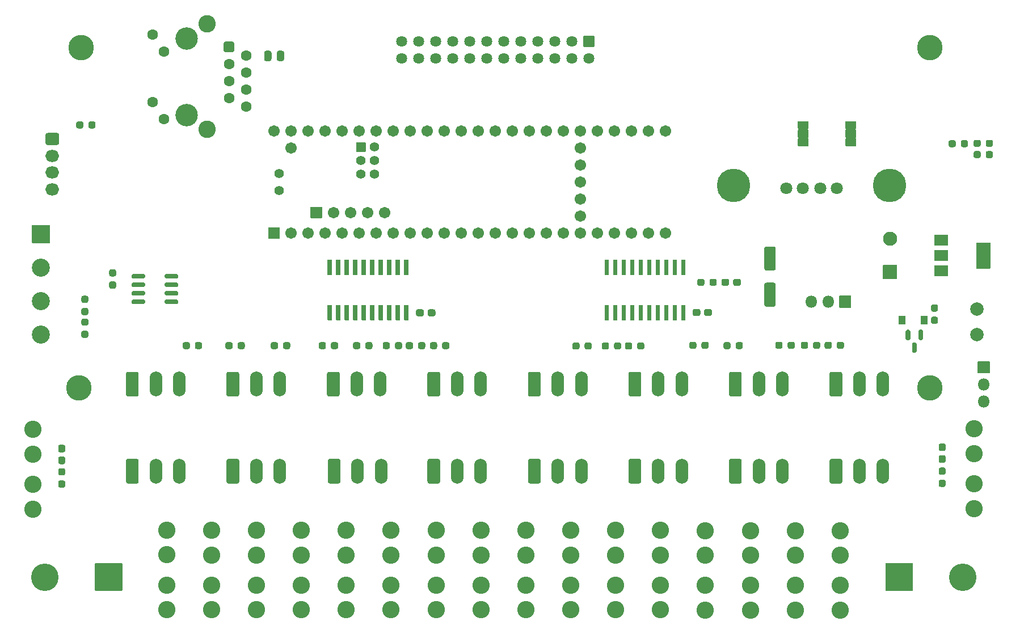
<source format=gbr>
G04 #@! TF.GenerationSoftware,KiCad,Pcbnew,(6.0.5)*
G04 #@! TF.CreationDate,2022-05-05T00:21:09-04:00*
G04 #@! TF.ProjectId,Teensy_16,5465656e-7379-45f3-9136-2e6b69636164,v1*
G04 #@! TF.SameCoordinates,Original*
G04 #@! TF.FileFunction,Soldermask,Top*
G04 #@! TF.FilePolarity,Negative*
%FSLAX45Y45*%
G04 Gerber Fmt 4.5, Leading zero omitted, Abs format (unit mm)*
G04 Created by KiCad (PCBNEW (6.0.5)) date 2022-05-05 00:21:09*
%MOMM*%
%LPD*%
G01*
G04 APERTURE LIST*
%ADD10C,2.577000*%
%ADD11O,1.902000X3.702000*%
%ADD12C,3.802000*%
%ADD13C,5.000000*%
%ADD14C,1.802000*%
%ADD15C,3.352000*%
%ADD16C,1.602000*%
%ADD17C,2.602000*%
%ADD18C,4.102000*%
%ADD19C,1.632000*%
%ADD20C,1.702000*%
%ADD21C,1.402000*%
%ADD22O,1.802000X1.802000*%
%ADD23O,2.052000X1.802000*%
%ADD24C,2.006000*%
%ADD25C,2.702000*%
%ADD26C,2.102000*%
G04 APERTURE END LIST*
G36*
G01*
X13144100Y-10618730D02*
X13144100Y-10571230D01*
G75*
G02*
X13172950Y-10542380I28850J0D01*
G01*
X13232950Y-10542380D01*
G75*
G02*
X13261800Y-10571230I0J-28850D01*
G01*
X13261800Y-10618730D01*
G75*
G02*
X13232950Y-10647580I-28850J0D01*
G01*
X13172950Y-10647580D01*
G75*
G02*
X13144100Y-10618730I0J28850D01*
G01*
G37*
G36*
G01*
X13316600Y-10618730D02*
X13316600Y-10571230D01*
G75*
G02*
X13345450Y-10542380I28850J0D01*
G01*
X13405450Y-10542380D01*
G75*
G02*
X13434300Y-10571230I0J-28850D01*
G01*
X13434300Y-10618730D01*
G75*
G02*
X13405450Y-10647580I-28850J0D01*
G01*
X13345450Y-10647580D01*
G75*
G02*
X13316600Y-10618730I0J28850D01*
G01*
G37*
D10*
X7428260Y-13523860D03*
X7428260Y-13153860D03*
X7428260Y-12703860D03*
X7428260Y-12333860D03*
G36*
G01*
X8814900Y-13115000D02*
X8814900Y-12805000D01*
G75*
G02*
X8845000Y-12774900I30100J0D01*
G01*
X8975000Y-12774900D01*
G75*
G02*
X9005100Y-12805000I0J-30100D01*
G01*
X9005100Y-13115000D01*
G75*
G02*
X8975000Y-13145100I-30100J0D01*
G01*
X8845000Y-13145100D01*
G75*
G02*
X8814900Y-13115000I0J30100D01*
G01*
G37*
D11*
X9260000Y-12960000D03*
X9610000Y-12960000D03*
G36*
G01*
X11814900Y-11815000D02*
X11814900Y-11505000D01*
G75*
G02*
X11845000Y-11474900I30100J0D01*
G01*
X11975000Y-11474900D01*
G75*
G02*
X12005100Y-11505000I0J-30100D01*
G01*
X12005100Y-11815000D01*
G75*
G02*
X11975000Y-11845100I-30100J0D01*
G01*
X11845000Y-11845100D01*
G75*
G02*
X11814900Y-11815000I0J30100D01*
G01*
G37*
X12260000Y-11660000D03*
X12610000Y-11660000D03*
G36*
G01*
X11826334Y-13115000D02*
X11826334Y-12805000D01*
G75*
G02*
X11856434Y-12774900I30100J0D01*
G01*
X11986434Y-12774900D01*
G75*
G02*
X12016534Y-12805000I0J-30100D01*
G01*
X12016534Y-13115000D01*
G75*
G02*
X11986434Y-13145100I-30100J0D01*
G01*
X11856434Y-13145100D01*
G75*
G02*
X11826334Y-13115000I0J30100D01*
G01*
G37*
X12271434Y-12960000D03*
X12621434Y-12960000D03*
G36*
G01*
X13314900Y-11815000D02*
X13314900Y-11505000D01*
G75*
G02*
X13345000Y-11474900I30100J0D01*
G01*
X13475000Y-11474900D01*
G75*
G02*
X13505100Y-11505000I0J-30100D01*
G01*
X13505100Y-11815000D01*
G75*
G02*
X13475000Y-11845100I-30100J0D01*
G01*
X13345000Y-11845100D01*
G75*
G02*
X13314900Y-11815000I0J30100D01*
G01*
G37*
X13760000Y-11660000D03*
X14110000Y-11660000D03*
G36*
G01*
X13314900Y-13115000D02*
X13314900Y-12805000D01*
G75*
G02*
X13345000Y-12774900I30100J0D01*
G01*
X13475000Y-12774900D01*
G75*
G02*
X13505100Y-12805000I0J-30100D01*
G01*
X13505100Y-13115000D01*
G75*
G02*
X13475000Y-13145100I-30100J0D01*
G01*
X13345000Y-13145100D01*
G75*
G02*
X13314900Y-13115000I0J30100D01*
G01*
G37*
X13760000Y-12960000D03*
X14110000Y-12960000D03*
G36*
G01*
X14814900Y-11815000D02*
X14814900Y-11505000D01*
G75*
G02*
X14845000Y-11474900I30100J0D01*
G01*
X14975000Y-11474900D01*
G75*
G02*
X15005100Y-11505000I0J-30100D01*
G01*
X15005100Y-11815000D01*
G75*
G02*
X14975000Y-11845100I-30100J0D01*
G01*
X14845000Y-11845100D01*
G75*
G02*
X14814900Y-11815000I0J30100D01*
G01*
G37*
X15260000Y-11660000D03*
X15610000Y-11660000D03*
G36*
G01*
X14814900Y-13115000D02*
X14814900Y-12805000D01*
G75*
G02*
X14845000Y-12774900I30100J0D01*
G01*
X14975000Y-12774900D01*
G75*
G02*
X15005100Y-12805000I0J-30100D01*
G01*
X15005100Y-13115000D01*
G75*
G02*
X14975000Y-13145100I-30100J0D01*
G01*
X14845000Y-13145100D01*
G75*
G02*
X14814900Y-13115000I0J30100D01*
G01*
G37*
X15260000Y-12960000D03*
X15610000Y-12960000D03*
G36*
G01*
X16314900Y-11815000D02*
X16314900Y-11505000D01*
G75*
G02*
X16345000Y-11474900I30100J0D01*
G01*
X16475000Y-11474900D01*
G75*
G02*
X16505100Y-11505000I0J-30100D01*
G01*
X16505100Y-11815000D01*
G75*
G02*
X16475000Y-11845100I-30100J0D01*
G01*
X16345000Y-11845100D01*
G75*
G02*
X16314900Y-11815000I0J30100D01*
G01*
G37*
X16760000Y-11660000D03*
X17110000Y-11660000D03*
G36*
G01*
X16314900Y-13115000D02*
X16314900Y-12805000D01*
G75*
G02*
X16345000Y-12774900I30100J0D01*
G01*
X16475000Y-12774900D01*
G75*
G02*
X16505100Y-12805000I0J-30100D01*
G01*
X16505100Y-13115000D01*
G75*
G02*
X16475000Y-13145100I-30100J0D01*
G01*
X16345000Y-13145100D01*
G75*
G02*
X16314900Y-13115000I0J30100D01*
G01*
G37*
X16760000Y-12960000D03*
X17110000Y-12960000D03*
G36*
G01*
X17814900Y-11815000D02*
X17814900Y-11505000D01*
G75*
G02*
X17845000Y-11474900I30100J0D01*
G01*
X17975000Y-11474900D01*
G75*
G02*
X18005100Y-11505000I0J-30100D01*
G01*
X18005100Y-11815000D01*
G75*
G02*
X17975000Y-11845100I-30100J0D01*
G01*
X17845000Y-11845100D01*
G75*
G02*
X17814900Y-11815000I0J30100D01*
G01*
G37*
X18260000Y-11660000D03*
X18610000Y-11660000D03*
G36*
G01*
X17814900Y-13115000D02*
X17814900Y-12805000D01*
G75*
G02*
X17845000Y-12774900I30100J0D01*
G01*
X17975000Y-12774900D01*
G75*
G02*
X18005100Y-12805000I0J-30100D01*
G01*
X18005100Y-13115000D01*
G75*
G02*
X17975000Y-13145100I-30100J0D01*
G01*
X17845000Y-13145100D01*
G75*
G02*
X17814900Y-13115000I0J30100D01*
G01*
G37*
X18260000Y-12960000D03*
X18610000Y-12960000D03*
G36*
G01*
X19314900Y-11815000D02*
X19314900Y-11505000D01*
G75*
G02*
X19345000Y-11474900I30100J0D01*
G01*
X19475000Y-11474900D01*
G75*
G02*
X19505100Y-11505000I0J-30100D01*
G01*
X19505100Y-11815000D01*
G75*
G02*
X19475000Y-11845100I-30100J0D01*
G01*
X19345000Y-11845100D01*
G75*
G02*
X19314900Y-11815000I0J30100D01*
G01*
G37*
X19760000Y-11660000D03*
X20110000Y-11660000D03*
G36*
G01*
X19314900Y-13115000D02*
X19314900Y-12805000D01*
G75*
G02*
X19345000Y-12774900I30100J0D01*
G01*
X19475000Y-12774900D01*
G75*
G02*
X19505100Y-12805000I0J-30100D01*
G01*
X19505100Y-13115000D01*
G75*
G02*
X19475000Y-13145100I-30100J0D01*
G01*
X19345000Y-13145100D01*
G75*
G02*
X19314900Y-13115000I0J30100D01*
G01*
G37*
X19760000Y-12960000D03*
X20110000Y-12960000D03*
D10*
X9422260Y-15028860D03*
X9422260Y-14658860D03*
X9422260Y-14208860D03*
X9422260Y-13838860D03*
X13442520Y-15029860D03*
X13442520Y-14659860D03*
X13442520Y-14209860D03*
X13442520Y-13839860D03*
X18132823Y-15036360D03*
X18132823Y-14666360D03*
X18132823Y-14216360D03*
X18132823Y-13846360D03*
G36*
G01*
X17271600Y-10613730D02*
X17271600Y-10566230D01*
G75*
G02*
X17300450Y-10537380I28850J0D01*
G01*
X17360450Y-10537380D01*
G75*
G02*
X17389300Y-10566230I0J-28850D01*
G01*
X17389300Y-10613730D01*
G75*
G02*
X17360450Y-10642580I-28850J0D01*
G01*
X17300450Y-10642580D01*
G75*
G02*
X17271600Y-10613730I0J28850D01*
G01*
G37*
G36*
G01*
X17444100Y-10613730D02*
X17444100Y-10566230D01*
G75*
G02*
X17472950Y-10537380I28850J0D01*
G01*
X17532950Y-10537380D01*
G75*
G02*
X17561800Y-10566230I0J-28850D01*
G01*
X17561800Y-10613730D01*
G75*
G02*
X17532950Y-10642580I-28850J0D01*
G01*
X17472950Y-10642580D01*
G75*
G02*
X17444100Y-10613730I0J28850D01*
G01*
G37*
X10092303Y-15030360D03*
X10092303Y-14660360D03*
X10092303Y-14210360D03*
X10092303Y-13840360D03*
X12772476Y-15029860D03*
X12772476Y-14659860D03*
X12772476Y-14209860D03*
X12772476Y-13839860D03*
X14112563Y-15029860D03*
X14112563Y-14659860D03*
X14112563Y-14209860D03*
X14112563Y-13839860D03*
X14782606Y-15029860D03*
X14782606Y-14659860D03*
X14782606Y-14209860D03*
X14782606Y-13839860D03*
X15452650Y-15029860D03*
X15452650Y-14659860D03*
X15452650Y-14209860D03*
X15452650Y-13839860D03*
X19472910Y-15036360D03*
X19472910Y-14666360D03*
X19472910Y-14216360D03*
X19472910Y-13846360D03*
X12102433Y-15029860D03*
X12102433Y-14659860D03*
X12102433Y-14209860D03*
X12102433Y-13839860D03*
X10762347Y-15030360D03*
X10762347Y-14660360D03*
X10762347Y-14210360D03*
X10762347Y-13840360D03*
X17462780Y-15036360D03*
X17462780Y-14666360D03*
X17462780Y-14216360D03*
X17462780Y-13846360D03*
X16122693Y-15029860D03*
X16122693Y-14659860D03*
X16122693Y-14209860D03*
X16122693Y-13839860D03*
X11432390Y-15030360D03*
X11432390Y-14660360D03*
X11432390Y-14210360D03*
X11432390Y-13840360D03*
G36*
G01*
X8814900Y-11815000D02*
X8814900Y-11505000D01*
G75*
G02*
X8845000Y-11474900I30100J0D01*
G01*
X8975000Y-11474900D01*
G75*
G02*
X9005100Y-11505000I0J-30100D01*
G01*
X9005100Y-11815000D01*
G75*
G02*
X8975000Y-11845100I-30100J0D01*
G01*
X8845000Y-11845100D01*
G75*
G02*
X8814900Y-11815000I0J30100D01*
G01*
G37*
D11*
X9260000Y-11660000D03*
X9610000Y-11660000D03*
G36*
G01*
X10314900Y-11815000D02*
X10314900Y-11505000D01*
G75*
G02*
X10345000Y-11474900I30100J0D01*
G01*
X10475000Y-11474900D01*
G75*
G02*
X10505100Y-11505000I0J-30100D01*
G01*
X10505100Y-11815000D01*
G75*
G02*
X10475000Y-11845100I-30100J0D01*
G01*
X10345000Y-11845100D01*
G75*
G02*
X10314900Y-11815000I0J30100D01*
G01*
G37*
X10760000Y-11660000D03*
X11110000Y-11660000D03*
G36*
G01*
X10314900Y-13115000D02*
X10314900Y-12805000D01*
G75*
G02*
X10345000Y-12774900I30100J0D01*
G01*
X10475000Y-12774900D01*
G75*
G02*
X10505100Y-12805000I0J-30100D01*
G01*
X10505100Y-13115000D01*
G75*
G02*
X10475000Y-13145100I-30100J0D01*
G01*
X10345000Y-13145100D01*
G75*
G02*
X10314900Y-13115000I0J30100D01*
G01*
G37*
X10760000Y-12960000D03*
X11110000Y-12960000D03*
G36*
G01*
X20346600Y-10764980D02*
X20346600Y-10644980D01*
G75*
G02*
X20351700Y-10639880I5100J0D01*
G01*
X20441700Y-10639880D01*
G75*
G02*
X20446800Y-10644980I0J-5100D01*
G01*
X20446800Y-10764980D01*
G75*
G02*
X20441700Y-10770080I-5100J0D01*
G01*
X20351700Y-10770080D01*
G75*
G02*
X20346600Y-10764980I0J5100D01*
G01*
G37*
G36*
G01*
X20676600Y-10764980D02*
X20676600Y-10644980D01*
G75*
G02*
X20681700Y-10639880I5100J0D01*
G01*
X20771700Y-10639880D01*
G75*
G02*
X20776800Y-10644980I0J-5100D01*
G01*
X20776800Y-10764980D01*
G75*
G02*
X20771700Y-10770080I-5100J0D01*
G01*
X20681700Y-10770080D01*
G75*
G02*
X20676600Y-10764980I0J5100D01*
G01*
G37*
G36*
G01*
X8640450Y-10235080D02*
X8592950Y-10235080D01*
G75*
G02*
X8564100Y-10206230I0J28850D01*
G01*
X8564100Y-10156230D01*
G75*
G02*
X8592950Y-10127380I28850J0D01*
G01*
X8640450Y-10127380D01*
G75*
G02*
X8669300Y-10156230I0J-28850D01*
G01*
X8669300Y-10206230D01*
G75*
G02*
X8640450Y-10235080I-28850J0D01*
G01*
G37*
G36*
G01*
X8640450Y-10052580D02*
X8592950Y-10052580D01*
G75*
G02*
X8564100Y-10023730I0J28850D01*
G01*
X8564100Y-9973730D01*
G75*
G02*
X8592950Y-9944880I28850J0D01*
G01*
X8640450Y-9944880D01*
G75*
G02*
X8669300Y-9973730I0J-28850D01*
G01*
X8669300Y-10023730D01*
G75*
G02*
X8640450Y-10052580I-28850J0D01*
G01*
G37*
D10*
X18802866Y-15036360D03*
X18802866Y-14666360D03*
X18802866Y-14216360D03*
X18802866Y-13846360D03*
X16792736Y-15029860D03*
X16792736Y-14659860D03*
X16792736Y-14209860D03*
X16792736Y-13839860D03*
D12*
X8142760Y-6631860D03*
D13*
X17881700Y-8689980D03*
X20211700Y-8689980D03*
D14*
X18666700Y-8739980D03*
X18916700Y-8739980D03*
X19176700Y-8739980D03*
X19426700Y-8739980D03*
G36*
G01*
X7832950Y-12564880D02*
X7880450Y-12564880D01*
G75*
G02*
X7909300Y-12593730I0J-28850D01*
G01*
X7909300Y-12651230D01*
G75*
G02*
X7880450Y-12680080I-28850J0D01*
G01*
X7832950Y-12680080D01*
G75*
G02*
X7804100Y-12651230I0J28850D01*
G01*
X7804100Y-12593730D01*
G75*
G02*
X7832950Y-12564880I28850J0D01*
G01*
G37*
G36*
G01*
X7832950Y-12739880D02*
X7880450Y-12739880D01*
G75*
G02*
X7909300Y-12768730I0J-28850D01*
G01*
X7909300Y-12826230D01*
G75*
G02*
X7880450Y-12855080I-28850J0D01*
G01*
X7832950Y-12855080D01*
G75*
G02*
X7804100Y-12826230I0J28850D01*
G01*
X7804100Y-12768730D01*
G75*
G02*
X7832950Y-12739880I28850J0D01*
G01*
G37*
G36*
G01*
X20972950Y-12544880D02*
X21020450Y-12544880D01*
G75*
G02*
X21049300Y-12573730I0J-28850D01*
G01*
X21049300Y-12631230D01*
G75*
G02*
X21020450Y-12660080I-28850J0D01*
G01*
X20972950Y-12660080D01*
G75*
G02*
X20944100Y-12631230I0J28850D01*
G01*
X20944100Y-12573730D01*
G75*
G02*
X20972950Y-12544880I28850J0D01*
G01*
G37*
G36*
G01*
X20972950Y-12719880D02*
X21020450Y-12719880D01*
G75*
G02*
X21049300Y-12748730I0J-28850D01*
G01*
X21049300Y-12806230D01*
G75*
G02*
X21020450Y-12835080I-28850J0D01*
G01*
X20972950Y-12835080D01*
G75*
G02*
X20944100Y-12806230I0J28850D01*
G01*
X20944100Y-12748730D01*
G75*
G02*
X20972950Y-12719880I28850J0D01*
G01*
G37*
D12*
X8112760Y-11711860D03*
G36*
G01*
X7832950Y-12914880D02*
X7880450Y-12914880D01*
G75*
G02*
X7909300Y-12943730I0J-28850D01*
G01*
X7909300Y-12993730D01*
G75*
G02*
X7880450Y-13022580I-28850J0D01*
G01*
X7832950Y-13022580D01*
G75*
G02*
X7804100Y-12993730I0J28850D01*
G01*
X7804100Y-12943730D01*
G75*
G02*
X7832950Y-12914880I28850J0D01*
G01*
G37*
G36*
G01*
X7832950Y-13097380D02*
X7880450Y-13097380D01*
G75*
G02*
X7909300Y-13126230I0J-28850D01*
G01*
X7909300Y-13176230D01*
G75*
G02*
X7880450Y-13205080I-28850J0D01*
G01*
X7832950Y-13205080D01*
G75*
G02*
X7804100Y-13176230I0J28850D01*
G01*
X7804100Y-13126230D01*
G75*
G02*
X7832950Y-13097380I28850J0D01*
G01*
G37*
G36*
G01*
X20972950Y-12904880D02*
X21020450Y-12904880D01*
G75*
G02*
X21049300Y-12933730I0J-28850D01*
G01*
X21049300Y-12983730D01*
G75*
G02*
X21020450Y-13012580I-28850J0D01*
G01*
X20972950Y-13012580D01*
G75*
G02*
X20944100Y-12983730I0J28850D01*
G01*
X20944100Y-12933730D01*
G75*
G02*
X20972950Y-12904880I28850J0D01*
G01*
G37*
G36*
G01*
X20972950Y-13087380D02*
X21020450Y-13087380D01*
G75*
G02*
X21049300Y-13116230I0J-28850D01*
G01*
X21049300Y-13166230D01*
G75*
G02*
X21020450Y-13195080I-28850J0D01*
G01*
X20972950Y-13195080D01*
G75*
G02*
X20944100Y-13166230I0J28850D01*
G01*
X20944100Y-13116230D01*
G75*
G02*
X20972950Y-13087380I28850J0D01*
G01*
G37*
G36*
G01*
X17701600Y-10163730D02*
X17701600Y-10116230D01*
G75*
G02*
X17730450Y-10087380I28850J0D01*
G01*
X17787950Y-10087380D01*
G75*
G02*
X17816800Y-10116230I0J-28850D01*
G01*
X17816800Y-10163730D01*
G75*
G02*
X17787950Y-10192580I-28850J0D01*
G01*
X17730450Y-10192580D01*
G75*
G02*
X17701600Y-10163730I0J28850D01*
G01*
G37*
G36*
G01*
X17876600Y-10163730D02*
X17876600Y-10116230D01*
G75*
G02*
X17905450Y-10087380I28850J0D01*
G01*
X17962950Y-10087380D01*
G75*
G02*
X17991800Y-10116230I0J-28850D01*
G01*
X17991800Y-10163730D01*
G75*
G02*
X17962950Y-10192580I-28850J0D01*
G01*
X17905450Y-10192580D01*
G75*
G02*
X17876600Y-10163730I0J28850D01*
G01*
G37*
D10*
X21472600Y-13518180D03*
X21472600Y-13148180D03*
X21472600Y-12698180D03*
X21472600Y-12328180D03*
G36*
G01*
X11176800Y-6712480D02*
X11176800Y-6807480D01*
G75*
G02*
X11146700Y-6837580I-30100J0D01*
G01*
X11096700Y-6837580D01*
G75*
G02*
X11066600Y-6807480I0J30100D01*
G01*
X11066600Y-6712480D01*
G75*
G02*
X11096700Y-6682380I30100J0D01*
G01*
X11146700Y-6682380D01*
G75*
G02*
X11176800Y-6712480I0J-30100D01*
G01*
G37*
G36*
G01*
X10986800Y-6712480D02*
X10986800Y-6807480D01*
G75*
G02*
X10956700Y-6837580I-30100J0D01*
G01*
X10906700Y-6837580D01*
G75*
G02*
X10876600Y-6807480I0J30100D01*
G01*
X10876600Y-6712480D01*
G75*
G02*
X10906700Y-6682380I30100J0D01*
G01*
X10956700Y-6682380D01*
G75*
G02*
X10986800Y-6712480I0J-30100D01*
G01*
G37*
G36*
G01*
X17105260Y-9804110D02*
X17161140Y-9804110D01*
G75*
G02*
X17166240Y-9809210I0J-5100D01*
G01*
X17166240Y-10025110D01*
G75*
G02*
X17161140Y-10030210I-5100J0D01*
G01*
X17105260Y-10030210D01*
G75*
G02*
X17100160Y-10025110I0J5100D01*
G01*
X17100160Y-9809210D01*
G75*
G02*
X17105260Y-9804110I5100J0D01*
G01*
G37*
G36*
G01*
X16978260Y-9804110D02*
X17034140Y-9804110D01*
G75*
G02*
X17039240Y-9809210I0J-5100D01*
G01*
X17039240Y-10025110D01*
G75*
G02*
X17034140Y-10030210I-5100J0D01*
G01*
X16978260Y-10030210D01*
G75*
G02*
X16973160Y-10025110I0J5100D01*
G01*
X16973160Y-9809210D01*
G75*
G02*
X16978260Y-9804110I5100J0D01*
G01*
G37*
G36*
G01*
X16851260Y-9804110D02*
X16907140Y-9804110D01*
G75*
G02*
X16912240Y-9809210I0J-5100D01*
G01*
X16912240Y-10025110D01*
G75*
G02*
X16907140Y-10030210I-5100J0D01*
G01*
X16851260Y-10030210D01*
G75*
G02*
X16846160Y-10025110I0J5100D01*
G01*
X16846160Y-9809210D01*
G75*
G02*
X16851260Y-9804110I5100J0D01*
G01*
G37*
G36*
G01*
X16724260Y-9804110D02*
X16780140Y-9804110D01*
G75*
G02*
X16785240Y-9809210I0J-5100D01*
G01*
X16785240Y-10025110D01*
G75*
G02*
X16780140Y-10030210I-5100J0D01*
G01*
X16724260Y-10030210D01*
G75*
G02*
X16719160Y-10025110I0J5100D01*
G01*
X16719160Y-9809210D01*
G75*
G02*
X16724260Y-9804110I5100J0D01*
G01*
G37*
G36*
G01*
X16597260Y-9804110D02*
X16653140Y-9804110D01*
G75*
G02*
X16658240Y-9809210I0J-5100D01*
G01*
X16658240Y-10025110D01*
G75*
G02*
X16653140Y-10030210I-5100J0D01*
G01*
X16597260Y-10030210D01*
G75*
G02*
X16592160Y-10025110I0J5100D01*
G01*
X16592160Y-9809210D01*
G75*
G02*
X16597260Y-9804110I5100J0D01*
G01*
G37*
G36*
G01*
X16470260Y-9804110D02*
X16526140Y-9804110D01*
G75*
G02*
X16531240Y-9809210I0J-5100D01*
G01*
X16531240Y-10025110D01*
G75*
G02*
X16526140Y-10030210I-5100J0D01*
G01*
X16470260Y-10030210D01*
G75*
G02*
X16465160Y-10025110I0J5100D01*
G01*
X16465160Y-9809210D01*
G75*
G02*
X16470260Y-9804110I5100J0D01*
G01*
G37*
G36*
G01*
X16343260Y-9804110D02*
X16399140Y-9804110D01*
G75*
G02*
X16404240Y-9809210I0J-5100D01*
G01*
X16404240Y-10025110D01*
G75*
G02*
X16399140Y-10030210I-5100J0D01*
G01*
X16343260Y-10030210D01*
G75*
G02*
X16338160Y-10025110I0J5100D01*
G01*
X16338160Y-9809210D01*
G75*
G02*
X16343260Y-9804110I5100J0D01*
G01*
G37*
G36*
G01*
X16216260Y-9804110D02*
X16272140Y-9804110D01*
G75*
G02*
X16277240Y-9809210I0J-5100D01*
G01*
X16277240Y-10025110D01*
G75*
G02*
X16272140Y-10030210I-5100J0D01*
G01*
X16216260Y-10030210D01*
G75*
G02*
X16211160Y-10025110I0J5100D01*
G01*
X16211160Y-9809210D01*
G75*
G02*
X16216260Y-9804110I5100J0D01*
G01*
G37*
G36*
G01*
X16089260Y-9804110D02*
X16145140Y-9804110D01*
G75*
G02*
X16150240Y-9809210I0J-5100D01*
G01*
X16150240Y-10025110D01*
G75*
G02*
X16145140Y-10030210I-5100J0D01*
G01*
X16089260Y-10030210D01*
G75*
G02*
X16084160Y-10025110I0J5100D01*
G01*
X16084160Y-9809210D01*
G75*
G02*
X16089260Y-9804110I5100J0D01*
G01*
G37*
G36*
G01*
X15962260Y-9804110D02*
X16018140Y-9804110D01*
G75*
G02*
X16023240Y-9809210I0J-5100D01*
G01*
X16023240Y-10025110D01*
G75*
G02*
X16018140Y-10030210I-5100J0D01*
G01*
X15962260Y-10030210D01*
G75*
G02*
X15957160Y-10025110I0J5100D01*
G01*
X15957160Y-9809210D01*
G75*
G02*
X15962260Y-9804110I5100J0D01*
G01*
G37*
G36*
G01*
X15962260Y-10479750D02*
X16018140Y-10479750D01*
G75*
G02*
X16023240Y-10484850I0J-5100D01*
G01*
X16023240Y-10700750D01*
G75*
G02*
X16018140Y-10705850I-5100J0D01*
G01*
X15962260Y-10705850D01*
G75*
G02*
X15957160Y-10700750I0J5100D01*
G01*
X15957160Y-10484850D01*
G75*
G02*
X15962260Y-10479750I5100J0D01*
G01*
G37*
G36*
G01*
X16089260Y-10479750D02*
X16145140Y-10479750D01*
G75*
G02*
X16150240Y-10484850I0J-5100D01*
G01*
X16150240Y-10700750D01*
G75*
G02*
X16145140Y-10705850I-5100J0D01*
G01*
X16089260Y-10705850D01*
G75*
G02*
X16084160Y-10700750I0J5100D01*
G01*
X16084160Y-10484850D01*
G75*
G02*
X16089260Y-10479750I5100J0D01*
G01*
G37*
G36*
G01*
X16216260Y-10479750D02*
X16272140Y-10479750D01*
G75*
G02*
X16277240Y-10484850I0J-5100D01*
G01*
X16277240Y-10700750D01*
G75*
G02*
X16272140Y-10705850I-5100J0D01*
G01*
X16216260Y-10705850D01*
G75*
G02*
X16211160Y-10700750I0J5100D01*
G01*
X16211160Y-10484850D01*
G75*
G02*
X16216260Y-10479750I5100J0D01*
G01*
G37*
G36*
G01*
X16343260Y-10479750D02*
X16399140Y-10479750D01*
G75*
G02*
X16404240Y-10484850I0J-5100D01*
G01*
X16404240Y-10700750D01*
G75*
G02*
X16399140Y-10705850I-5100J0D01*
G01*
X16343260Y-10705850D01*
G75*
G02*
X16338160Y-10700750I0J5100D01*
G01*
X16338160Y-10484850D01*
G75*
G02*
X16343260Y-10479750I5100J0D01*
G01*
G37*
G36*
G01*
X16470260Y-10479750D02*
X16526140Y-10479750D01*
G75*
G02*
X16531240Y-10484850I0J-5100D01*
G01*
X16531240Y-10700750D01*
G75*
G02*
X16526140Y-10705850I-5100J0D01*
G01*
X16470260Y-10705850D01*
G75*
G02*
X16465160Y-10700750I0J5100D01*
G01*
X16465160Y-10484850D01*
G75*
G02*
X16470260Y-10479750I5100J0D01*
G01*
G37*
G36*
G01*
X16597260Y-10479750D02*
X16653140Y-10479750D01*
G75*
G02*
X16658240Y-10484850I0J-5100D01*
G01*
X16658240Y-10700750D01*
G75*
G02*
X16653140Y-10705850I-5100J0D01*
G01*
X16597260Y-10705850D01*
G75*
G02*
X16592160Y-10700750I0J5100D01*
G01*
X16592160Y-10484850D01*
G75*
G02*
X16597260Y-10479750I5100J0D01*
G01*
G37*
G36*
G01*
X16724260Y-10479750D02*
X16780140Y-10479750D01*
G75*
G02*
X16785240Y-10484850I0J-5100D01*
G01*
X16785240Y-10700750D01*
G75*
G02*
X16780140Y-10705850I-5100J0D01*
G01*
X16724260Y-10705850D01*
G75*
G02*
X16719160Y-10700750I0J5100D01*
G01*
X16719160Y-10484850D01*
G75*
G02*
X16724260Y-10479750I5100J0D01*
G01*
G37*
G36*
G01*
X16851260Y-10479750D02*
X16907140Y-10479750D01*
G75*
G02*
X16912240Y-10484850I0J-5100D01*
G01*
X16912240Y-10700750D01*
G75*
G02*
X16907140Y-10705850I-5100J0D01*
G01*
X16851260Y-10705850D01*
G75*
G02*
X16846160Y-10700750I0J5100D01*
G01*
X16846160Y-10484850D01*
G75*
G02*
X16851260Y-10479750I5100J0D01*
G01*
G37*
G36*
G01*
X16978260Y-10479750D02*
X17034140Y-10479750D01*
G75*
G02*
X17039240Y-10484850I0J-5100D01*
G01*
X17039240Y-10700750D01*
G75*
G02*
X17034140Y-10705850I-5100J0D01*
G01*
X16978260Y-10705850D01*
G75*
G02*
X16973160Y-10700750I0J5100D01*
G01*
X16973160Y-10484850D01*
G75*
G02*
X16978260Y-10479750I5100J0D01*
G01*
G37*
G36*
G01*
X17105260Y-10479750D02*
X17161140Y-10479750D01*
G75*
G02*
X17166240Y-10484850I0J-5100D01*
G01*
X17166240Y-10700750D01*
G75*
G02*
X17161140Y-10705850I-5100J0D01*
G01*
X17105260Y-10705850D01*
G75*
G02*
X17100160Y-10700750I0J5100D01*
G01*
X17100160Y-10484850D01*
G75*
G02*
X17105260Y-10479750I5100J0D01*
G01*
G37*
G36*
G01*
X12970260Y-9804110D02*
X13026140Y-9804110D01*
G75*
G02*
X13031240Y-9809210I0J-5100D01*
G01*
X13031240Y-10025110D01*
G75*
G02*
X13026140Y-10030210I-5100J0D01*
G01*
X12970260Y-10030210D01*
G75*
G02*
X12965160Y-10025110I0J5100D01*
G01*
X12965160Y-9809210D01*
G75*
G02*
X12970260Y-9804110I5100J0D01*
G01*
G37*
G36*
G01*
X12843260Y-9804110D02*
X12899140Y-9804110D01*
G75*
G02*
X12904240Y-9809210I0J-5100D01*
G01*
X12904240Y-10025110D01*
G75*
G02*
X12899140Y-10030210I-5100J0D01*
G01*
X12843260Y-10030210D01*
G75*
G02*
X12838160Y-10025110I0J5100D01*
G01*
X12838160Y-9809210D01*
G75*
G02*
X12843260Y-9804110I5100J0D01*
G01*
G37*
G36*
G01*
X12716260Y-9804110D02*
X12772140Y-9804110D01*
G75*
G02*
X12777240Y-9809210I0J-5100D01*
G01*
X12777240Y-10025110D01*
G75*
G02*
X12772140Y-10030210I-5100J0D01*
G01*
X12716260Y-10030210D01*
G75*
G02*
X12711160Y-10025110I0J5100D01*
G01*
X12711160Y-9809210D01*
G75*
G02*
X12716260Y-9804110I5100J0D01*
G01*
G37*
G36*
G01*
X12589260Y-9804110D02*
X12645140Y-9804110D01*
G75*
G02*
X12650240Y-9809210I0J-5100D01*
G01*
X12650240Y-10025110D01*
G75*
G02*
X12645140Y-10030210I-5100J0D01*
G01*
X12589260Y-10030210D01*
G75*
G02*
X12584160Y-10025110I0J5100D01*
G01*
X12584160Y-9809210D01*
G75*
G02*
X12589260Y-9804110I5100J0D01*
G01*
G37*
G36*
G01*
X12462260Y-9804110D02*
X12518140Y-9804110D01*
G75*
G02*
X12523240Y-9809210I0J-5100D01*
G01*
X12523240Y-10025110D01*
G75*
G02*
X12518140Y-10030210I-5100J0D01*
G01*
X12462260Y-10030210D01*
G75*
G02*
X12457160Y-10025110I0J5100D01*
G01*
X12457160Y-9809210D01*
G75*
G02*
X12462260Y-9804110I5100J0D01*
G01*
G37*
G36*
G01*
X12335260Y-9804110D02*
X12391140Y-9804110D01*
G75*
G02*
X12396240Y-9809210I0J-5100D01*
G01*
X12396240Y-10025110D01*
G75*
G02*
X12391140Y-10030210I-5100J0D01*
G01*
X12335260Y-10030210D01*
G75*
G02*
X12330160Y-10025110I0J5100D01*
G01*
X12330160Y-9809210D01*
G75*
G02*
X12335260Y-9804110I5100J0D01*
G01*
G37*
G36*
G01*
X12208260Y-9804110D02*
X12264140Y-9804110D01*
G75*
G02*
X12269240Y-9809210I0J-5100D01*
G01*
X12269240Y-10025110D01*
G75*
G02*
X12264140Y-10030210I-5100J0D01*
G01*
X12208260Y-10030210D01*
G75*
G02*
X12203160Y-10025110I0J5100D01*
G01*
X12203160Y-9809210D01*
G75*
G02*
X12208260Y-9804110I5100J0D01*
G01*
G37*
G36*
G01*
X12081260Y-9804110D02*
X12137140Y-9804110D01*
G75*
G02*
X12142240Y-9809210I0J-5100D01*
G01*
X12142240Y-10025110D01*
G75*
G02*
X12137140Y-10030210I-5100J0D01*
G01*
X12081260Y-10030210D01*
G75*
G02*
X12076160Y-10025110I0J5100D01*
G01*
X12076160Y-9809210D01*
G75*
G02*
X12081260Y-9804110I5100J0D01*
G01*
G37*
G36*
G01*
X11954260Y-9804110D02*
X12010140Y-9804110D01*
G75*
G02*
X12015240Y-9809210I0J-5100D01*
G01*
X12015240Y-10025110D01*
G75*
G02*
X12010140Y-10030210I-5100J0D01*
G01*
X11954260Y-10030210D01*
G75*
G02*
X11949160Y-10025110I0J5100D01*
G01*
X11949160Y-9809210D01*
G75*
G02*
X11954260Y-9804110I5100J0D01*
G01*
G37*
G36*
G01*
X11827260Y-9804110D02*
X11883140Y-9804110D01*
G75*
G02*
X11888240Y-9809210I0J-5100D01*
G01*
X11888240Y-10025110D01*
G75*
G02*
X11883140Y-10030210I-5100J0D01*
G01*
X11827260Y-10030210D01*
G75*
G02*
X11822160Y-10025110I0J5100D01*
G01*
X11822160Y-9809210D01*
G75*
G02*
X11827260Y-9804110I5100J0D01*
G01*
G37*
G36*
G01*
X11827260Y-10479750D02*
X11883140Y-10479750D01*
G75*
G02*
X11888240Y-10484850I0J-5100D01*
G01*
X11888240Y-10700750D01*
G75*
G02*
X11883140Y-10705850I-5100J0D01*
G01*
X11827260Y-10705850D01*
G75*
G02*
X11822160Y-10700750I0J5100D01*
G01*
X11822160Y-10484850D01*
G75*
G02*
X11827260Y-10479750I5100J0D01*
G01*
G37*
G36*
G01*
X11954260Y-10479750D02*
X12010140Y-10479750D01*
G75*
G02*
X12015240Y-10484850I0J-5100D01*
G01*
X12015240Y-10700750D01*
G75*
G02*
X12010140Y-10705850I-5100J0D01*
G01*
X11954260Y-10705850D01*
G75*
G02*
X11949160Y-10700750I0J5100D01*
G01*
X11949160Y-10484850D01*
G75*
G02*
X11954260Y-10479750I5100J0D01*
G01*
G37*
G36*
G01*
X12081260Y-10479750D02*
X12137140Y-10479750D01*
G75*
G02*
X12142240Y-10484850I0J-5100D01*
G01*
X12142240Y-10700750D01*
G75*
G02*
X12137140Y-10705850I-5100J0D01*
G01*
X12081260Y-10705850D01*
G75*
G02*
X12076160Y-10700750I0J5100D01*
G01*
X12076160Y-10484850D01*
G75*
G02*
X12081260Y-10479750I5100J0D01*
G01*
G37*
G36*
G01*
X12208260Y-10479750D02*
X12264140Y-10479750D01*
G75*
G02*
X12269240Y-10484850I0J-5100D01*
G01*
X12269240Y-10700750D01*
G75*
G02*
X12264140Y-10705850I-5100J0D01*
G01*
X12208260Y-10705850D01*
G75*
G02*
X12203160Y-10700750I0J5100D01*
G01*
X12203160Y-10484850D01*
G75*
G02*
X12208260Y-10479750I5100J0D01*
G01*
G37*
G36*
G01*
X12335260Y-10479750D02*
X12391140Y-10479750D01*
G75*
G02*
X12396240Y-10484850I0J-5100D01*
G01*
X12396240Y-10700750D01*
G75*
G02*
X12391140Y-10705850I-5100J0D01*
G01*
X12335260Y-10705850D01*
G75*
G02*
X12330160Y-10700750I0J5100D01*
G01*
X12330160Y-10484850D01*
G75*
G02*
X12335260Y-10479750I5100J0D01*
G01*
G37*
G36*
G01*
X12462260Y-10479750D02*
X12518140Y-10479750D01*
G75*
G02*
X12523240Y-10484850I0J-5100D01*
G01*
X12523240Y-10700750D01*
G75*
G02*
X12518140Y-10705850I-5100J0D01*
G01*
X12462260Y-10705850D01*
G75*
G02*
X12457160Y-10700750I0J5100D01*
G01*
X12457160Y-10484850D01*
G75*
G02*
X12462260Y-10479750I5100J0D01*
G01*
G37*
G36*
G01*
X12589260Y-10479750D02*
X12645140Y-10479750D01*
G75*
G02*
X12650240Y-10484850I0J-5100D01*
G01*
X12650240Y-10700750D01*
G75*
G02*
X12645140Y-10705850I-5100J0D01*
G01*
X12589260Y-10705850D01*
G75*
G02*
X12584160Y-10700750I0J5100D01*
G01*
X12584160Y-10484850D01*
G75*
G02*
X12589260Y-10479750I5100J0D01*
G01*
G37*
G36*
G01*
X12716260Y-10479750D02*
X12772140Y-10479750D01*
G75*
G02*
X12777240Y-10484850I0J-5100D01*
G01*
X12777240Y-10700750D01*
G75*
G02*
X12772140Y-10705850I-5100J0D01*
G01*
X12716260Y-10705850D01*
G75*
G02*
X12711160Y-10700750I0J5100D01*
G01*
X12711160Y-10484850D01*
G75*
G02*
X12716260Y-10479750I5100J0D01*
G01*
G37*
G36*
G01*
X12843260Y-10479750D02*
X12899140Y-10479750D01*
G75*
G02*
X12904240Y-10484850I0J-5100D01*
G01*
X12904240Y-10700750D01*
G75*
G02*
X12899140Y-10705850I-5100J0D01*
G01*
X12843260Y-10705850D01*
G75*
G02*
X12838160Y-10700750I0J5100D01*
G01*
X12838160Y-10484850D01*
G75*
G02*
X12843260Y-10479750I5100J0D01*
G01*
G37*
G36*
G01*
X12970260Y-10479750D02*
X13026140Y-10479750D01*
G75*
G02*
X13031240Y-10484850I0J-5100D01*
G01*
X13031240Y-10700750D01*
G75*
G02*
X13026140Y-10705850I-5100J0D01*
G01*
X12970260Y-10705850D01*
G75*
G02*
X12965160Y-10700750I0J5100D01*
G01*
X12965160Y-10484850D01*
G75*
G02*
X12970260Y-10479750I5100J0D01*
G01*
G37*
G36*
G01*
X9596800Y-10415480D02*
X9596800Y-10445480D01*
G75*
G02*
X9576700Y-10465580I-20100J0D01*
G01*
X9411700Y-10465580D01*
G75*
G02*
X9391600Y-10445480I0J20100D01*
G01*
X9391600Y-10415480D01*
G75*
G02*
X9411700Y-10395380I20100J0D01*
G01*
X9576700Y-10395380D01*
G75*
G02*
X9596800Y-10415480I0J-20100D01*
G01*
G37*
G36*
G01*
X9596800Y-10288480D02*
X9596800Y-10318480D01*
G75*
G02*
X9576700Y-10338580I-20100J0D01*
G01*
X9411700Y-10338580D01*
G75*
G02*
X9391600Y-10318480I0J20100D01*
G01*
X9391600Y-10288480D01*
G75*
G02*
X9411700Y-10268380I20100J0D01*
G01*
X9576700Y-10268380D01*
G75*
G02*
X9596800Y-10288480I0J-20100D01*
G01*
G37*
G36*
G01*
X9596800Y-10161480D02*
X9596800Y-10191480D01*
G75*
G02*
X9576700Y-10211580I-20100J0D01*
G01*
X9411700Y-10211580D01*
G75*
G02*
X9391600Y-10191480I0J20100D01*
G01*
X9391600Y-10161480D01*
G75*
G02*
X9411700Y-10141380I20100J0D01*
G01*
X9576700Y-10141380D01*
G75*
G02*
X9596800Y-10161480I0J-20100D01*
G01*
G37*
G36*
G01*
X9596800Y-10034480D02*
X9596800Y-10064480D01*
G75*
G02*
X9576700Y-10084580I-20100J0D01*
G01*
X9411700Y-10084580D01*
G75*
G02*
X9391600Y-10064480I0J20100D01*
G01*
X9391600Y-10034480D01*
G75*
G02*
X9411700Y-10014380I20100J0D01*
G01*
X9576700Y-10014380D01*
G75*
G02*
X9596800Y-10034480I0J-20100D01*
G01*
G37*
G36*
G01*
X9101800Y-10034480D02*
X9101800Y-10064480D01*
G75*
G02*
X9081700Y-10084580I-20100J0D01*
G01*
X8916700Y-10084580D01*
G75*
G02*
X8896600Y-10064480I0J20100D01*
G01*
X8896600Y-10034480D01*
G75*
G02*
X8916700Y-10014380I20100J0D01*
G01*
X9081700Y-10014380D01*
G75*
G02*
X9101800Y-10034480I0J-20100D01*
G01*
G37*
G36*
G01*
X9101800Y-10161480D02*
X9101800Y-10191480D01*
G75*
G02*
X9081700Y-10211580I-20100J0D01*
G01*
X8916700Y-10211580D01*
G75*
G02*
X8896600Y-10191480I0J20100D01*
G01*
X8896600Y-10161480D01*
G75*
G02*
X8916700Y-10141380I20100J0D01*
G01*
X9081700Y-10141380D01*
G75*
G02*
X9101800Y-10161480I0J-20100D01*
G01*
G37*
G36*
G01*
X9101800Y-10288480D02*
X9101800Y-10318480D01*
G75*
G02*
X9081700Y-10338580I-20100J0D01*
G01*
X8916700Y-10338580D01*
G75*
G02*
X8896600Y-10318480I0J20100D01*
G01*
X8896600Y-10288480D01*
G75*
G02*
X8916700Y-10268380I20100J0D01*
G01*
X9081700Y-10268380D01*
G75*
G02*
X9101800Y-10288480I0J-20100D01*
G01*
G37*
G36*
G01*
X9101800Y-10415480D02*
X9101800Y-10445480D01*
G75*
G02*
X9081700Y-10465580I-20100J0D01*
G01*
X8916700Y-10465580D01*
G75*
G02*
X8896600Y-10445480I0J20100D01*
G01*
X8896600Y-10415480D01*
G75*
G02*
X8916700Y-10395380I20100J0D01*
G01*
X9081700Y-10395380D01*
G75*
G02*
X9101800Y-10415480I0J-20100D01*
G01*
G37*
D15*
X9716700Y-6498480D03*
X9716700Y-7641480D03*
G36*
G01*
X10301750Y-6545380D02*
X10401650Y-6545380D01*
G75*
G02*
X10431800Y-6575530I0J-30150D01*
G01*
X10431800Y-6675430D01*
G75*
G02*
X10401650Y-6705580I-30150J0D01*
G01*
X10301750Y-6705580D01*
G75*
G02*
X10271600Y-6675430I0J30150D01*
G01*
X10271600Y-6575530D01*
G75*
G02*
X10301750Y-6545380I30150J0D01*
G01*
G37*
D16*
X10605700Y-6752480D03*
X10351700Y-6879480D03*
X10605700Y-7006480D03*
X10351700Y-7133480D03*
X10605700Y-7260480D03*
X10351700Y-7387480D03*
X10605700Y-7514480D03*
X9208700Y-6437480D03*
X9378700Y-6691480D03*
X9208700Y-7448480D03*
X9378700Y-7702480D03*
D17*
X10021700Y-7857480D03*
X10021700Y-6282480D03*
G36*
G01*
X19707450Y-8105080D02*
X19557450Y-8105080D01*
G75*
G02*
X19552350Y-8099980I0J5100D01*
G01*
X19552350Y-7999980D01*
G75*
G02*
X19557450Y-7994880I5100J0D01*
G01*
X19707450Y-7994880D01*
G75*
G02*
X19712550Y-7999980I0J-5100D01*
G01*
X19712550Y-8099980D01*
G75*
G02*
X19707450Y-8105080I-5100J0D01*
G01*
G37*
G36*
G01*
X19707450Y-7975080D02*
X19557450Y-7975080D01*
G75*
G02*
X19552350Y-7969980I0J5100D01*
G01*
X19552350Y-7869980D01*
G75*
G02*
X19557450Y-7864880I5100J0D01*
G01*
X19707450Y-7864880D01*
G75*
G02*
X19712550Y-7869980I0J-5100D01*
G01*
X19712550Y-7969980D01*
G75*
G02*
X19707450Y-7975080I-5100J0D01*
G01*
G37*
G36*
G01*
X19707450Y-7845080D02*
X19557450Y-7845080D01*
G75*
G02*
X19552350Y-7839980I0J5100D01*
G01*
X19552350Y-7739980D01*
G75*
G02*
X19557450Y-7734880I5100J0D01*
G01*
X19707450Y-7734880D01*
G75*
G02*
X19712550Y-7739980I0J-5100D01*
G01*
X19712550Y-7839980D01*
G75*
G02*
X19707450Y-7845080I-5100J0D01*
G01*
G37*
G36*
G01*
X18847450Y-7734880D02*
X18997450Y-7734880D01*
G75*
G02*
X19002550Y-7739980I0J-5100D01*
G01*
X19002550Y-7839980D01*
G75*
G02*
X18997450Y-7845080I-5100J0D01*
G01*
X18847450Y-7845080D01*
G75*
G02*
X18842350Y-7839980I0J5100D01*
G01*
X18842350Y-7739980D01*
G75*
G02*
X18847450Y-7734880I5100J0D01*
G01*
G37*
G36*
G01*
X18847450Y-7864880D02*
X18997450Y-7864880D01*
G75*
G02*
X19002550Y-7869980I0J-5100D01*
G01*
X19002550Y-7969980D01*
G75*
G02*
X18997450Y-7975080I-5100J0D01*
G01*
X18847450Y-7975080D01*
G75*
G02*
X18842350Y-7969980I0J5100D01*
G01*
X18842350Y-7869980D01*
G75*
G02*
X18847450Y-7864880I5100J0D01*
G01*
G37*
G36*
G01*
X18847450Y-7994880D02*
X18997450Y-7994880D01*
G75*
G02*
X19002550Y-7999980I0J-5100D01*
G01*
X19002550Y-8099980D01*
G75*
G02*
X18997450Y-8105080I-5100J0D01*
G01*
X18847450Y-8105080D01*
G75*
G02*
X18842350Y-8099980I0J5100D01*
G01*
X18842350Y-7999980D01*
G75*
G02*
X18847450Y-7994880I5100J0D01*
G01*
G37*
G36*
G01*
X8761800Y-14339980D02*
X8761800Y-14739980D01*
G75*
G02*
X8756700Y-14745080I-5100J0D01*
G01*
X8356700Y-14745080D01*
G75*
G02*
X8351600Y-14739980I0J5100D01*
G01*
X8351600Y-14339980D01*
G75*
G02*
X8356700Y-14334880I5100J0D01*
G01*
X8756700Y-14334880D01*
G75*
G02*
X8761800Y-14339980I0J-5100D01*
G01*
G37*
D18*
X7606700Y-14539980D03*
G36*
G01*
X20151600Y-14739980D02*
X20151600Y-14339980D01*
G75*
G02*
X20156700Y-14334880I5100J0D01*
G01*
X20556700Y-14334880D01*
G75*
G02*
X20561800Y-14339980I0J-5100D01*
G01*
X20561800Y-14739980D01*
G75*
G02*
X20556700Y-14745080I-5100J0D01*
G01*
X20156700Y-14745080D01*
G75*
G02*
X20151600Y-14739980I0J5100D01*
G01*
G37*
X21306700Y-14539980D03*
G36*
G01*
X15805300Y-6466480D02*
X15805300Y-6619480D01*
G75*
G02*
X15800200Y-6624580I-5100J0D01*
G01*
X15647200Y-6624580D01*
G75*
G02*
X15642100Y-6619480I0J5100D01*
G01*
X15642100Y-6466480D01*
G75*
G02*
X15647200Y-6461380I5100J0D01*
G01*
X15800200Y-6461380D01*
G75*
G02*
X15805300Y-6466480I0J-5100D01*
G01*
G37*
D19*
X15723700Y-6796980D03*
X15469700Y-6542980D03*
X15469700Y-6796980D03*
X15215700Y-6542980D03*
X15215700Y-6796980D03*
X14961700Y-6542980D03*
X14961700Y-6796980D03*
X14707700Y-6542980D03*
X14707700Y-6796980D03*
X14453700Y-6542980D03*
X14453700Y-6796980D03*
X14199700Y-6542980D03*
X14199700Y-6796980D03*
X13945700Y-6542980D03*
X13945700Y-6796980D03*
X13691700Y-6542980D03*
X13691700Y-6796980D03*
X13437700Y-6542980D03*
X13437700Y-6796980D03*
X13183700Y-6542980D03*
X13183700Y-6796980D03*
X12929700Y-6542980D03*
X12929700Y-6796980D03*
G36*
G01*
X10940600Y-9481980D02*
X10940600Y-9321980D01*
G75*
G02*
X10945700Y-9316880I5100J0D01*
G01*
X11105700Y-9316880D01*
G75*
G02*
X11110800Y-9321980I0J-5100D01*
G01*
X11110800Y-9481980D01*
G75*
G02*
X11105700Y-9487080I-5100J0D01*
G01*
X10945700Y-9487080D01*
G75*
G02*
X10940600Y-9481980I0J5100D01*
G01*
G37*
D20*
X11279700Y-9401980D03*
X11533700Y-9401980D03*
X11787700Y-9401980D03*
X12041700Y-9401980D03*
X12295700Y-9401980D03*
X12549700Y-9401980D03*
X12803700Y-9401980D03*
X13057700Y-9401980D03*
X13311700Y-9401980D03*
X13565700Y-9401980D03*
X13819700Y-9401980D03*
X14073700Y-9401980D03*
X14327700Y-9401980D03*
X14581700Y-9401980D03*
X14835700Y-9401980D03*
X15089700Y-9401980D03*
X15343700Y-9401980D03*
X15597700Y-9401980D03*
X15851700Y-9401980D03*
X16105700Y-9401980D03*
X16359700Y-9401980D03*
X16613700Y-9401980D03*
X16867700Y-9401980D03*
X16867700Y-7877980D03*
X16613700Y-7877980D03*
X16359700Y-7877980D03*
X16105700Y-7877980D03*
X15851700Y-7877980D03*
X15597700Y-7877980D03*
X15343700Y-7877980D03*
X15089700Y-7877980D03*
X14835700Y-7877980D03*
X14581700Y-7877980D03*
X14327700Y-7877980D03*
X14073700Y-7877980D03*
X13819700Y-7877980D03*
X13565700Y-7877980D03*
X13311700Y-7877980D03*
X13057700Y-7877980D03*
X12803700Y-7877980D03*
X12549700Y-7877980D03*
X12295700Y-7877980D03*
X12041700Y-7877980D03*
X11787700Y-7877980D03*
X11533700Y-7877980D03*
X11279700Y-7877980D03*
X11025700Y-7877980D03*
X11279700Y-8131980D03*
X15597700Y-9147980D03*
X15597700Y-8893980D03*
X15597700Y-8639980D03*
X15597700Y-8385980D03*
X15597700Y-8131980D03*
G36*
G01*
X11570520Y-9176900D02*
X11570520Y-9016900D01*
G75*
G02*
X11575620Y-9011800I5100J0D01*
G01*
X11735620Y-9011800D01*
G75*
G02*
X11740720Y-9016900I0J-5100D01*
G01*
X11740720Y-9176900D01*
G75*
G02*
X11735620Y-9182000I-5100J0D01*
G01*
X11575620Y-9182000D01*
G75*
G02*
X11570520Y-9176900I0J5100D01*
G01*
G37*
X11909620Y-9096900D03*
X12163620Y-9096900D03*
X12417620Y-9096900D03*
X12671620Y-9096900D03*
G36*
G01*
X12252600Y-8186820D02*
X12252600Y-8056820D01*
G75*
G02*
X12257700Y-8051720I5100J0D01*
G01*
X12387700Y-8051720D01*
G75*
G02*
X12392800Y-8056820I0J-5100D01*
G01*
X12392800Y-8186820D01*
G75*
G02*
X12387700Y-8191920I-5100J0D01*
G01*
X12257700Y-8191920D01*
G75*
G02*
X12252600Y-8186820I0J5100D01*
G01*
G37*
D21*
X12322700Y-8321820D03*
X12322700Y-8521820D03*
X12522700Y-8521820D03*
X12522700Y-8321820D03*
X12522700Y-8121820D03*
X11098700Y-8512980D03*
X11098700Y-8766980D03*
D12*
X20812760Y-11711860D03*
G36*
G01*
X19464200Y-10339880D02*
X19634200Y-10339880D01*
G75*
G02*
X19639300Y-10344980I0J-5100D01*
G01*
X19639300Y-10514980D01*
G75*
G02*
X19634200Y-10520080I-5100J0D01*
G01*
X19464200Y-10520080D01*
G75*
G02*
X19459100Y-10514980I0J5100D01*
G01*
X19459100Y-10344980D01*
G75*
G02*
X19464200Y-10339880I5100J0D01*
G01*
G37*
D22*
X19295200Y-10429980D03*
X19041200Y-10429980D03*
G36*
G01*
X20876600Y-9584980D02*
X20876600Y-9434980D01*
G75*
G02*
X20881700Y-9429880I5100J0D01*
G01*
X21081700Y-9429880D01*
G75*
G02*
X21086800Y-9434980I0J-5100D01*
G01*
X21086800Y-9584980D01*
G75*
G02*
X21081700Y-9590080I-5100J0D01*
G01*
X20881700Y-9590080D01*
G75*
G02*
X20876600Y-9584980I0J5100D01*
G01*
G37*
G36*
G01*
X21506600Y-9929980D02*
X21506600Y-9549980D01*
G75*
G02*
X21511700Y-9544880I5100J0D01*
G01*
X21711700Y-9544880D01*
G75*
G02*
X21716800Y-9549980I0J-5100D01*
G01*
X21716800Y-9929980D01*
G75*
G02*
X21711700Y-9935080I-5100J0D01*
G01*
X21511700Y-9935080D01*
G75*
G02*
X21506600Y-9929980I0J5100D01*
G01*
G37*
G36*
G01*
X20876600Y-9814980D02*
X20876600Y-9664980D01*
G75*
G02*
X20881700Y-9659880I5100J0D01*
G01*
X21081700Y-9659880D01*
G75*
G02*
X21086800Y-9664980I0J-5100D01*
G01*
X21086800Y-9814980D01*
G75*
G02*
X21081700Y-9820080I-5100J0D01*
G01*
X20881700Y-9820080D01*
G75*
G02*
X20876600Y-9814980I0J5100D01*
G01*
G37*
G36*
G01*
X20876600Y-10044980D02*
X20876600Y-9894980D01*
G75*
G02*
X20881700Y-9889880I5100J0D01*
G01*
X21081700Y-9889880D01*
G75*
G02*
X21086800Y-9894980I0J-5100D01*
G01*
X21086800Y-10044980D01*
G75*
G02*
X21081700Y-10050080I-5100J0D01*
G01*
X20881700Y-10050080D01*
G75*
G02*
X20876600Y-10044980I0J5100D01*
G01*
G37*
G36*
G01*
X7644200Y-7909880D02*
X7789200Y-7909880D01*
G75*
G02*
X7819300Y-7939980I0J-30100D01*
G01*
X7819300Y-8059980D01*
G75*
G02*
X7789200Y-8090080I-30100J0D01*
G01*
X7644200Y-8090080D01*
G75*
G02*
X7614100Y-8059980I0J30100D01*
G01*
X7614100Y-7939980D01*
G75*
G02*
X7644200Y-7909880I30100J0D01*
G01*
G37*
D23*
X7716700Y-8249980D03*
X7716700Y-8499980D03*
X7716700Y-8749980D03*
D24*
X21511746Y-10920536D03*
X21511746Y-10539536D03*
G36*
G01*
X21526600Y-11494980D02*
X21526600Y-11324980D01*
G75*
G02*
X21531700Y-11319880I5100J0D01*
G01*
X21701700Y-11319880D01*
G75*
G02*
X21706800Y-11324980I0J-5100D01*
G01*
X21706800Y-11494980D01*
G75*
G02*
X21701700Y-11500080I-5100J0D01*
G01*
X21531700Y-11500080D01*
G75*
G02*
X21526600Y-11494980I0J5100D01*
G01*
G37*
D22*
X21616700Y-11663980D03*
X21616700Y-11917980D03*
G36*
G01*
X7416700Y-9284880D02*
X7676700Y-9284880D01*
G75*
G02*
X7681800Y-9289980I0J-5100D01*
G01*
X7681800Y-9549980D01*
G75*
G02*
X7676700Y-9555080I-5100J0D01*
G01*
X7416700Y-9555080D01*
G75*
G02*
X7411600Y-9549980I0J5100D01*
G01*
X7411600Y-9289980D01*
G75*
G02*
X7416700Y-9284880I5100J0D01*
G01*
G37*
D25*
X7546700Y-9919980D03*
X7546700Y-10419980D03*
X7546700Y-10919980D03*
G36*
G01*
X8225450Y-10970080D02*
X8177950Y-10970080D01*
G75*
G02*
X8149100Y-10941230I0J28850D01*
G01*
X8149100Y-10891230D01*
G75*
G02*
X8177950Y-10862380I28850J0D01*
G01*
X8225450Y-10862380D01*
G75*
G02*
X8254300Y-10891230I0J-28850D01*
G01*
X8254300Y-10941230D01*
G75*
G02*
X8225450Y-10970080I-28850J0D01*
G01*
G37*
G36*
G01*
X8225450Y-10787580D02*
X8177950Y-10787580D01*
G75*
G02*
X8149100Y-10758730I0J28850D01*
G01*
X8149100Y-10708730D01*
G75*
G02*
X8177950Y-10679880I28850J0D01*
G01*
X8225450Y-10679880D01*
G75*
G02*
X8254300Y-10708730I0J-28850D01*
G01*
X8254300Y-10758730D01*
G75*
G02*
X8225450Y-10787580I-28850J0D01*
G01*
G37*
G36*
G01*
X8225450Y-10630080D02*
X8177950Y-10630080D01*
G75*
G02*
X8149100Y-10601230I0J28850D01*
G01*
X8149100Y-10551230D01*
G75*
G02*
X8177950Y-10522380I28850J0D01*
G01*
X8225450Y-10522380D01*
G75*
G02*
X8254300Y-10551230I0J-28850D01*
G01*
X8254300Y-10601230D01*
G75*
G02*
X8225450Y-10630080I-28850J0D01*
G01*
G37*
G36*
G01*
X8225450Y-10447580D02*
X8177950Y-10447580D01*
G75*
G02*
X8149100Y-10418730I0J28850D01*
G01*
X8149100Y-10368730D01*
G75*
G02*
X8177950Y-10339880I28850J0D01*
G01*
X8225450Y-10339880D01*
G75*
G02*
X8254300Y-10368730I0J-28850D01*
G01*
X8254300Y-10418730D01*
G75*
G02*
X8225450Y-10447580I-28850J0D01*
G01*
G37*
G36*
G01*
X17341600Y-10163730D02*
X17341600Y-10116230D01*
G75*
G02*
X17370450Y-10087380I28850J0D01*
G01*
X17420450Y-10087380D01*
G75*
G02*
X17449300Y-10116230I0J-28850D01*
G01*
X17449300Y-10163730D01*
G75*
G02*
X17420450Y-10192580I-28850J0D01*
G01*
X17370450Y-10192580D01*
G75*
G02*
X17341600Y-10163730I0J28850D01*
G01*
G37*
G36*
G01*
X17524100Y-10163730D02*
X17524100Y-10116230D01*
G75*
G02*
X17552950Y-10087380I28850J0D01*
G01*
X17602950Y-10087380D01*
G75*
G02*
X17631800Y-10116230I0J-28850D01*
G01*
X17631800Y-10163730D01*
G75*
G02*
X17602950Y-10192580I-28850J0D01*
G01*
X17552950Y-10192580D01*
G75*
G02*
X17524100Y-10163730I0J28850D01*
G01*
G37*
G36*
G01*
X18481700Y-10505080D02*
X18371700Y-10505080D01*
G75*
G02*
X18341600Y-10474980I0J30100D01*
G01*
X18341600Y-10174980D01*
G75*
G02*
X18371700Y-10144880I30100J0D01*
G01*
X18481700Y-10144880D01*
G75*
G02*
X18511800Y-10174980I0J-30100D01*
G01*
X18511800Y-10474980D01*
G75*
G02*
X18481700Y-10505080I-30100J0D01*
G01*
G37*
G36*
G01*
X18481700Y-9965080D02*
X18371700Y-9965080D01*
G75*
G02*
X18341600Y-9934980I0J30100D01*
G01*
X18341600Y-9634980D01*
G75*
G02*
X18371700Y-9604880I30100J0D01*
G01*
X18481700Y-9604880D01*
G75*
G02*
X18511800Y-9634980I0J-30100D01*
G01*
X18511800Y-9934980D01*
G75*
G02*
X18481700Y-9965080I-30100J0D01*
G01*
G37*
G36*
G01*
X20316700Y-10091848D02*
X20116700Y-10091848D01*
G75*
G02*
X20111600Y-10086748I0J5100D01*
G01*
X20111600Y-9886748D01*
G75*
G02*
X20116700Y-9881648I5100J0D01*
G01*
X20316700Y-9881648D01*
G75*
G02*
X20321800Y-9886748I0J-5100D01*
G01*
X20321800Y-10086748D01*
G75*
G02*
X20316700Y-10091848I-5100J0D01*
G01*
G37*
D26*
X20216700Y-9486748D03*
G36*
G01*
X8361800Y-7766230D02*
X8361800Y-7813730D01*
G75*
G02*
X8332950Y-7842580I-28850J0D01*
G01*
X8282950Y-7842580D01*
G75*
G02*
X8254100Y-7813730I0J28850D01*
G01*
X8254100Y-7766230D01*
G75*
G02*
X8282950Y-7737380I28850J0D01*
G01*
X8332950Y-7737380D01*
G75*
G02*
X8361800Y-7766230I0J-28850D01*
G01*
G37*
G36*
G01*
X8179300Y-7766230D02*
X8179300Y-7813730D01*
G75*
G02*
X8150450Y-7842580I-28850J0D01*
G01*
X8100450Y-7842580D01*
G75*
G02*
X8071600Y-7813730I0J28850D01*
G01*
X8071600Y-7766230D01*
G75*
G02*
X8100450Y-7737380I28850J0D01*
G01*
X8150450Y-7737380D01*
G75*
G02*
X8179300Y-7766230I0J-28850D01*
G01*
G37*
G36*
G01*
X21754300Y-8208730D02*
X21754300Y-8256230D01*
G75*
G02*
X21725450Y-8285080I-28850J0D01*
G01*
X21675450Y-8285080D01*
G75*
G02*
X21646600Y-8256230I0J28850D01*
G01*
X21646600Y-8208730D01*
G75*
G02*
X21675450Y-8179880I28850J0D01*
G01*
X21725450Y-8179880D01*
G75*
G02*
X21754300Y-8208730I0J-28850D01*
G01*
G37*
G36*
G01*
X21571800Y-8208730D02*
X21571800Y-8256230D01*
G75*
G02*
X21542950Y-8285080I-28850J0D01*
G01*
X21492950Y-8285080D01*
G75*
G02*
X21464100Y-8256230I0J28850D01*
G01*
X21464100Y-8208730D01*
G75*
G02*
X21492950Y-8179880I28850J0D01*
G01*
X21542950Y-8179880D01*
G75*
G02*
X21571800Y-8208730I0J-28850D01*
G01*
G37*
G36*
G01*
X21464100Y-8088730D02*
X21464100Y-8041230D01*
G75*
G02*
X21492950Y-8012380I28850J0D01*
G01*
X21542950Y-8012380D01*
G75*
G02*
X21571800Y-8041230I0J-28850D01*
G01*
X21571800Y-8088730D01*
G75*
G02*
X21542950Y-8117580I-28850J0D01*
G01*
X21492950Y-8117580D01*
G75*
G02*
X21464100Y-8088730I0J28850D01*
G01*
G37*
G36*
G01*
X21646600Y-8088730D02*
X21646600Y-8041230D01*
G75*
G02*
X21675450Y-8012380I28850J0D01*
G01*
X21725450Y-8012380D01*
G75*
G02*
X21754300Y-8041230I0J-28850D01*
G01*
X21754300Y-8088730D01*
G75*
G02*
X21725450Y-8117580I-28850J0D01*
G01*
X21675450Y-8117580D01*
G75*
G02*
X21646600Y-8088730I0J28850D01*
G01*
G37*
D12*
X20812760Y-6631861D03*
G36*
G01*
X17221600Y-11103730D02*
X17221600Y-11056230D01*
G75*
G02*
X17250450Y-11027380I28850J0D01*
G01*
X17300450Y-11027380D01*
G75*
G02*
X17329300Y-11056230I0J-28850D01*
G01*
X17329300Y-11103730D01*
G75*
G02*
X17300450Y-11132580I-28850J0D01*
G01*
X17250450Y-11132580D01*
G75*
G02*
X17221600Y-11103730I0J28850D01*
G01*
G37*
G36*
G01*
X17404100Y-11103730D02*
X17404100Y-11056230D01*
G75*
G02*
X17432950Y-11027380I28850J0D01*
G01*
X17482950Y-11027380D01*
G75*
G02*
X17511800Y-11056230I0J-28850D01*
G01*
X17511800Y-11103730D01*
G75*
G02*
X17482950Y-11132580I-28850J0D01*
G01*
X17432950Y-11132580D01*
G75*
G02*
X17404100Y-11103730I0J28850D01*
G01*
G37*
G36*
G01*
X12494300Y-11061230D02*
X12494300Y-11108730D01*
G75*
G02*
X12465450Y-11137580I-28850J0D01*
G01*
X12415450Y-11137580D01*
G75*
G02*
X12386600Y-11108730I0J28850D01*
G01*
X12386600Y-11061230D01*
G75*
G02*
X12415450Y-11032380I28850J0D01*
G01*
X12465450Y-11032380D01*
G75*
G02*
X12494300Y-11061230I0J-28850D01*
G01*
G37*
G36*
G01*
X12311800Y-11061230D02*
X12311800Y-11108730D01*
G75*
G02*
X12282950Y-11137580I-28850J0D01*
G01*
X12232950Y-11137580D01*
G75*
G02*
X12204100Y-11108730I0J28850D01*
G01*
X12204100Y-11061230D01*
G75*
G02*
X12232950Y-11032380I28850J0D01*
G01*
X12282950Y-11032380D01*
G75*
G02*
X12311800Y-11061230I0J-28850D01*
G01*
G37*
G36*
G01*
X12991600Y-11108730D02*
X12991600Y-11061230D01*
G75*
G02*
X13020450Y-11032380I28850J0D01*
G01*
X13070450Y-11032380D01*
G75*
G02*
X13099300Y-11061230I0J-28850D01*
G01*
X13099300Y-11108730D01*
G75*
G02*
X13070450Y-11137580I-28850J0D01*
G01*
X13020450Y-11137580D01*
G75*
G02*
X12991600Y-11108730I0J28850D01*
G01*
G37*
G36*
G01*
X13174100Y-11108730D02*
X13174100Y-11061230D01*
G75*
G02*
X13202950Y-11032380I28850J0D01*
G01*
X13252950Y-11032380D01*
G75*
G02*
X13281800Y-11061230I0J-28850D01*
G01*
X13281800Y-11108730D01*
G75*
G02*
X13252950Y-11137580I-28850J0D01*
G01*
X13202950Y-11137580D01*
G75*
G02*
X13174100Y-11108730I0J28850D01*
G01*
G37*
G36*
G01*
X9951800Y-11061230D02*
X9951800Y-11108730D01*
G75*
G02*
X9922950Y-11137580I-28850J0D01*
G01*
X9872950Y-11137580D01*
G75*
G02*
X9844100Y-11108730I0J28850D01*
G01*
X9844100Y-11061230D01*
G75*
G02*
X9872950Y-11032380I28850J0D01*
G01*
X9922950Y-11032380D01*
G75*
G02*
X9951800Y-11061230I0J-28850D01*
G01*
G37*
G36*
G01*
X9769300Y-11061230D02*
X9769300Y-11108730D01*
G75*
G02*
X9740450Y-11137580I-28850J0D01*
G01*
X9690450Y-11137580D01*
G75*
G02*
X9661600Y-11108730I0J28850D01*
G01*
X9661600Y-11061230D01*
G75*
G02*
X9690450Y-11032380I28850J0D01*
G01*
X9740450Y-11032380D01*
G75*
G02*
X9769300Y-11061230I0J-28850D01*
G01*
G37*
G36*
G01*
X10589300Y-11061230D02*
X10589300Y-11108730D01*
G75*
G02*
X10560450Y-11137580I-28850J0D01*
G01*
X10510450Y-11137580D01*
G75*
G02*
X10481600Y-11108730I0J28850D01*
G01*
X10481600Y-11061230D01*
G75*
G02*
X10510450Y-11032380I28850J0D01*
G01*
X10560450Y-11032380D01*
G75*
G02*
X10589300Y-11061230I0J-28850D01*
G01*
G37*
G36*
G01*
X10406800Y-11061230D02*
X10406800Y-11108730D01*
G75*
G02*
X10377950Y-11137580I-28850J0D01*
G01*
X10327950Y-11137580D01*
G75*
G02*
X10299100Y-11108730I0J28850D01*
G01*
X10299100Y-11061230D01*
G75*
G02*
X10327950Y-11032380I28850J0D01*
G01*
X10377950Y-11032380D01*
G75*
G02*
X10406800Y-11061230I0J-28850D01*
G01*
G37*
G36*
G01*
X20661700Y-10847380D02*
X20691700Y-10847380D01*
G75*
G02*
X20711800Y-10867480I0J-20100D01*
G01*
X20711800Y-10984980D01*
G75*
G02*
X20691700Y-11005080I-20100J0D01*
G01*
X20661700Y-11005080D01*
G75*
G02*
X20641600Y-10984980I0J20100D01*
G01*
X20641600Y-10867480D01*
G75*
G02*
X20661700Y-10847380I20100J0D01*
G01*
G37*
G36*
G01*
X20471700Y-10847380D02*
X20501700Y-10847380D01*
G75*
G02*
X20521800Y-10867480I0J-20100D01*
G01*
X20521800Y-10984980D01*
G75*
G02*
X20501700Y-11005080I-20100J0D01*
G01*
X20471700Y-11005080D01*
G75*
G02*
X20451600Y-10984980I0J20100D01*
G01*
X20451600Y-10867480D01*
G75*
G02*
X20471700Y-10847380I20100J0D01*
G01*
G37*
G36*
G01*
X20566700Y-11034880D02*
X20596700Y-11034880D01*
G75*
G02*
X20616800Y-11054980I0J-20100D01*
G01*
X20616800Y-11172480D01*
G75*
G02*
X20596700Y-11192580I-20100J0D01*
G01*
X20566700Y-11192580D01*
G75*
G02*
X20546600Y-11172480I0J20100D01*
G01*
X20546600Y-11054980D01*
G75*
G02*
X20566700Y-11034880I20100J0D01*
G01*
G37*
G36*
G01*
X11981800Y-11061230D02*
X11981800Y-11108730D01*
G75*
G02*
X11952950Y-11137580I-28850J0D01*
G01*
X11902950Y-11137580D01*
G75*
G02*
X11874100Y-11108730I0J28850D01*
G01*
X11874100Y-11061230D01*
G75*
G02*
X11902950Y-11032380I28850J0D01*
G01*
X11952950Y-11032380D01*
G75*
G02*
X11981800Y-11061230I0J-28850D01*
G01*
G37*
G36*
G01*
X11799300Y-11061230D02*
X11799300Y-11108730D01*
G75*
G02*
X11770450Y-11137580I-28850J0D01*
G01*
X11720450Y-11137580D01*
G75*
G02*
X11691600Y-11108730I0J28850D01*
G01*
X11691600Y-11061230D01*
G75*
G02*
X11720450Y-11032380I28850J0D01*
G01*
X11770450Y-11032380D01*
G75*
G02*
X11799300Y-11061230I0J-28850D01*
G01*
G37*
G36*
G01*
X16206800Y-11066230D02*
X16206800Y-11113730D01*
G75*
G02*
X16177950Y-11142580I-28850J0D01*
G01*
X16127950Y-11142580D01*
G75*
G02*
X16099100Y-11113730I0J28850D01*
G01*
X16099100Y-11066230D01*
G75*
G02*
X16127950Y-11037380I28850J0D01*
G01*
X16177950Y-11037380D01*
G75*
G02*
X16206800Y-11066230I0J-28850D01*
G01*
G37*
G36*
G01*
X16024300Y-11066230D02*
X16024300Y-11113730D01*
G75*
G02*
X15995450Y-11142580I-28850J0D01*
G01*
X15945450Y-11142580D01*
G75*
G02*
X15916600Y-11113730I0J28850D01*
G01*
X15916600Y-11066230D01*
G75*
G02*
X15945450Y-11037380I28850J0D01*
G01*
X15995450Y-11037380D01*
G75*
G02*
X16024300Y-11066230I0J-28850D01*
G01*
G37*
G36*
G01*
X13351600Y-11108730D02*
X13351600Y-11061230D01*
G75*
G02*
X13380450Y-11032380I28850J0D01*
G01*
X13430450Y-11032380D01*
G75*
G02*
X13459300Y-11061230I0J-28850D01*
G01*
X13459300Y-11108730D01*
G75*
G02*
X13430450Y-11137580I-28850J0D01*
G01*
X13380450Y-11137580D01*
G75*
G02*
X13351600Y-11108730I0J28850D01*
G01*
G37*
G36*
G01*
X13534100Y-11108730D02*
X13534100Y-11061230D01*
G75*
G02*
X13562950Y-11032380I28850J0D01*
G01*
X13612950Y-11032380D01*
G75*
G02*
X13641800Y-11061230I0J-28850D01*
G01*
X13641800Y-11108730D01*
G75*
G02*
X13612950Y-11137580I-28850J0D01*
G01*
X13562950Y-11137580D01*
G75*
G02*
X13534100Y-11108730I0J28850D01*
G01*
G37*
G36*
G01*
X21091600Y-8093730D02*
X21091600Y-8046230D01*
G75*
G02*
X21120450Y-8017380I28850J0D01*
G01*
X21170450Y-8017380D01*
G75*
G02*
X21199300Y-8046230I0J-28850D01*
G01*
X21199300Y-8093730D01*
G75*
G02*
X21170450Y-8122580I-28850J0D01*
G01*
X21120450Y-8122580D01*
G75*
G02*
X21091600Y-8093730I0J28850D01*
G01*
G37*
G36*
G01*
X21274100Y-8093730D02*
X21274100Y-8046230D01*
G75*
G02*
X21302950Y-8017380I28850J0D01*
G01*
X21352950Y-8017380D01*
G75*
G02*
X21381800Y-8046230I0J-28850D01*
G01*
X21381800Y-8093730D01*
G75*
G02*
X21352950Y-8122580I-28850J0D01*
G01*
X21302950Y-8122580D01*
G75*
G02*
X21274100Y-8093730I0J28850D01*
G01*
G37*
G36*
G01*
X15766800Y-11066230D02*
X15766800Y-11113730D01*
G75*
G02*
X15737950Y-11142580I-28850J0D01*
G01*
X15687950Y-11142580D01*
G75*
G02*
X15659100Y-11113730I0J28850D01*
G01*
X15659100Y-11066230D01*
G75*
G02*
X15687950Y-11037380I28850J0D01*
G01*
X15737950Y-11037380D01*
G75*
G02*
X15766800Y-11066230I0J-28850D01*
G01*
G37*
G36*
G01*
X15584300Y-11066230D02*
X15584300Y-11113730D01*
G75*
G02*
X15555450Y-11142580I-28850J0D01*
G01*
X15505450Y-11142580D01*
G75*
G02*
X15476600Y-11113730I0J28850D01*
G01*
X15476600Y-11066230D01*
G75*
G02*
X15505450Y-11037380I28850J0D01*
G01*
X15555450Y-11037380D01*
G75*
G02*
X15584300Y-11066230I0J-28850D01*
G01*
G37*
G36*
G01*
X11266800Y-11061230D02*
X11266800Y-11108730D01*
G75*
G02*
X11237950Y-11137580I-28850J0D01*
G01*
X11187950Y-11137580D01*
G75*
G02*
X11159100Y-11108730I0J28850D01*
G01*
X11159100Y-11061230D01*
G75*
G02*
X11187950Y-11032380I28850J0D01*
G01*
X11237950Y-11032380D01*
G75*
G02*
X11266800Y-11061230I0J-28850D01*
G01*
G37*
G36*
G01*
X11084300Y-11061230D02*
X11084300Y-11108730D01*
G75*
G02*
X11055450Y-11137580I-28850J0D01*
G01*
X11005450Y-11137580D01*
G75*
G02*
X10976600Y-11108730I0J28850D01*
G01*
X10976600Y-11061230D01*
G75*
G02*
X11005450Y-11032380I28850J0D01*
G01*
X11055450Y-11032380D01*
G75*
G02*
X11084300Y-11061230I0J-28850D01*
G01*
G37*
G36*
G01*
X16261600Y-11113730D02*
X16261600Y-11066230D01*
G75*
G02*
X16290450Y-11037380I28850J0D01*
G01*
X16340450Y-11037380D01*
G75*
G02*
X16369300Y-11066230I0J-28850D01*
G01*
X16369300Y-11113730D01*
G75*
G02*
X16340450Y-11142580I-28850J0D01*
G01*
X16290450Y-11142580D01*
G75*
G02*
X16261600Y-11113730I0J28850D01*
G01*
G37*
G36*
G01*
X16444100Y-11113730D02*
X16444100Y-11066230D01*
G75*
G02*
X16472950Y-11037380I28850J0D01*
G01*
X16522950Y-11037380D01*
G75*
G02*
X16551800Y-11066230I0J-28850D01*
G01*
X16551800Y-11113730D01*
G75*
G02*
X16522950Y-11142580I-28850J0D01*
G01*
X16472950Y-11142580D01*
G75*
G02*
X16444100Y-11113730I0J28850D01*
G01*
G37*
G36*
G01*
X19241600Y-11103730D02*
X19241600Y-11056230D01*
G75*
G02*
X19270450Y-11027380I28850J0D01*
G01*
X19320450Y-11027380D01*
G75*
G02*
X19349300Y-11056230I0J-28850D01*
G01*
X19349300Y-11103730D01*
G75*
G02*
X19320450Y-11132580I-28850J0D01*
G01*
X19270450Y-11132580D01*
G75*
G02*
X19241600Y-11103730I0J28850D01*
G01*
G37*
G36*
G01*
X19424100Y-11103730D02*
X19424100Y-11056230D01*
G75*
G02*
X19452950Y-11027380I28850J0D01*
G01*
X19502950Y-11027380D01*
G75*
G02*
X19531800Y-11056230I0J-28850D01*
G01*
X19531800Y-11103730D01*
G75*
G02*
X19502950Y-11132580I-28850J0D01*
G01*
X19452950Y-11132580D01*
G75*
G02*
X19424100Y-11103730I0J28850D01*
G01*
G37*
G36*
G01*
X20857950Y-10469880D02*
X20905450Y-10469880D01*
G75*
G02*
X20934300Y-10498730I0J-28850D01*
G01*
X20934300Y-10548730D01*
G75*
G02*
X20905450Y-10577580I-28850J0D01*
G01*
X20857950Y-10577580D01*
G75*
G02*
X20829100Y-10548730I0J28850D01*
G01*
X20829100Y-10498730D01*
G75*
G02*
X20857950Y-10469880I28850J0D01*
G01*
G37*
G36*
G01*
X20857950Y-10652380D02*
X20905450Y-10652380D01*
G75*
G02*
X20934300Y-10681230I0J-28850D01*
G01*
X20934300Y-10731230D01*
G75*
G02*
X20905450Y-10760080I-28850J0D01*
G01*
X20857950Y-10760080D01*
G75*
G02*
X20829100Y-10731230I0J28850D01*
G01*
X20829100Y-10681230D01*
G75*
G02*
X20857950Y-10652380I28850J0D01*
G01*
G37*
G36*
G01*
X18886600Y-11103730D02*
X18886600Y-11056230D01*
G75*
G02*
X18915450Y-11027380I28850J0D01*
G01*
X18965450Y-11027380D01*
G75*
G02*
X18994300Y-11056230I0J-28850D01*
G01*
X18994300Y-11103730D01*
G75*
G02*
X18965450Y-11132580I-28850J0D01*
G01*
X18915450Y-11132580D01*
G75*
G02*
X18886600Y-11103730I0J28850D01*
G01*
G37*
G36*
G01*
X19069100Y-11103730D02*
X19069100Y-11056230D01*
G75*
G02*
X19097950Y-11027380I28850J0D01*
G01*
X19147950Y-11027380D01*
G75*
G02*
X19176800Y-11056230I0J-28850D01*
G01*
X19176800Y-11103730D01*
G75*
G02*
X19147950Y-11132580I-28850J0D01*
G01*
X19097950Y-11132580D01*
G75*
G02*
X19069100Y-11103730I0J28850D01*
G01*
G37*
G36*
G01*
X18506600Y-11103730D02*
X18506600Y-11056230D01*
G75*
G02*
X18535450Y-11027380I28850J0D01*
G01*
X18585450Y-11027380D01*
G75*
G02*
X18614300Y-11056230I0J-28850D01*
G01*
X18614300Y-11103730D01*
G75*
G02*
X18585450Y-11132580I-28850J0D01*
G01*
X18535450Y-11132580D01*
G75*
G02*
X18506600Y-11103730I0J28850D01*
G01*
G37*
G36*
G01*
X18689100Y-11103730D02*
X18689100Y-11056230D01*
G75*
G02*
X18717950Y-11027380I28850J0D01*
G01*
X18767950Y-11027380D01*
G75*
G02*
X18796800Y-11056230I0J-28850D01*
G01*
X18796800Y-11103730D01*
G75*
G02*
X18767950Y-11132580I-28850J0D01*
G01*
X18717950Y-11132580D01*
G75*
G02*
X18689100Y-11103730I0J28850D01*
G01*
G37*
G36*
G01*
X17731600Y-11108730D02*
X17731600Y-11061230D01*
G75*
G02*
X17760450Y-11032380I28850J0D01*
G01*
X17810450Y-11032380D01*
G75*
G02*
X17839300Y-11061230I0J-28850D01*
G01*
X17839300Y-11108730D01*
G75*
G02*
X17810450Y-11137580I-28850J0D01*
G01*
X17760450Y-11137580D01*
G75*
G02*
X17731600Y-11108730I0J28850D01*
G01*
G37*
G36*
G01*
X17914100Y-11108730D02*
X17914100Y-11061230D01*
G75*
G02*
X17942950Y-11032380I28850J0D01*
G01*
X17992950Y-11032380D01*
G75*
G02*
X18021800Y-11061230I0J-28850D01*
G01*
X18021800Y-11108730D01*
G75*
G02*
X17992950Y-11137580I-28850J0D01*
G01*
X17942950Y-11137580D01*
G75*
G02*
X17914100Y-11108730I0J28850D01*
G01*
G37*
G36*
G01*
X12646600Y-11108730D02*
X12646600Y-11061230D01*
G75*
G02*
X12675450Y-11032380I28850J0D01*
G01*
X12725450Y-11032380D01*
G75*
G02*
X12754300Y-11061230I0J-28850D01*
G01*
X12754300Y-11108730D01*
G75*
G02*
X12725450Y-11137580I-28850J0D01*
G01*
X12675450Y-11137580D01*
G75*
G02*
X12646600Y-11108730I0J28850D01*
G01*
G37*
G36*
G01*
X12829100Y-11108730D02*
X12829100Y-11061230D01*
G75*
G02*
X12857950Y-11032380I28850J0D01*
G01*
X12907950Y-11032380D01*
G75*
G02*
X12936800Y-11061230I0J-28850D01*
G01*
X12936800Y-11108730D01*
G75*
G02*
X12907950Y-11137580I-28850J0D01*
G01*
X12857950Y-11137580D01*
G75*
G02*
X12829100Y-11108730I0J28850D01*
G01*
G37*
G36*
X18999117Y-7974646D02*
G01*
X18999156Y-7974843D01*
X18999120Y-7974907D01*
X18994801Y-7980075D01*
X18993938Y-7986946D01*
X18996934Y-7993209D01*
X18999018Y-7995015D01*
X18999084Y-7995204D01*
X18998953Y-7995355D01*
X18998848Y-7995362D01*
X18997430Y-7995080D01*
X18847470Y-7995080D01*
X18845973Y-7995378D01*
X18845783Y-7995313D01*
X18845744Y-7995117D01*
X18845780Y-7995053D01*
X18850099Y-7989885D01*
X18850962Y-7983014D01*
X18847966Y-7976751D01*
X18845882Y-7974945D01*
X18845816Y-7974756D01*
X18845947Y-7974605D01*
X18846052Y-7974598D01*
X18847470Y-7974880D01*
X18997430Y-7974880D01*
X18998927Y-7974582D01*
X18999117Y-7974646D01*
G37*
G36*
X19709117Y-7974646D02*
G01*
X19709156Y-7974843D01*
X19709120Y-7974907D01*
X19704801Y-7980075D01*
X19703938Y-7986946D01*
X19706934Y-7993209D01*
X19709018Y-7995015D01*
X19709084Y-7995204D01*
X19708953Y-7995355D01*
X19708848Y-7995362D01*
X19707430Y-7995080D01*
X19557470Y-7995080D01*
X19555973Y-7995378D01*
X19555783Y-7995313D01*
X19555744Y-7995117D01*
X19555780Y-7995053D01*
X19560099Y-7989885D01*
X19560962Y-7983014D01*
X19557966Y-7976751D01*
X19555882Y-7974945D01*
X19555816Y-7974756D01*
X19555947Y-7974605D01*
X19556052Y-7974598D01*
X19557470Y-7974880D01*
X19707430Y-7974880D01*
X19708927Y-7974582D01*
X19709117Y-7974646D01*
G37*
G36*
X18999117Y-7844646D02*
G01*
X18999156Y-7844843D01*
X18999120Y-7844907D01*
X18994801Y-7850075D01*
X18993938Y-7856946D01*
X18996934Y-7863209D01*
X18999018Y-7865015D01*
X18999084Y-7865204D01*
X18998953Y-7865355D01*
X18998848Y-7865362D01*
X18997430Y-7865080D01*
X18847470Y-7865080D01*
X18845973Y-7865378D01*
X18845783Y-7865313D01*
X18845744Y-7865117D01*
X18845780Y-7865053D01*
X18850099Y-7859885D01*
X18850962Y-7853014D01*
X18847966Y-7846751D01*
X18845882Y-7844945D01*
X18845816Y-7844756D01*
X18845947Y-7844605D01*
X18846052Y-7844598D01*
X18847470Y-7844880D01*
X18997430Y-7844880D01*
X18998927Y-7844582D01*
X18999117Y-7844646D01*
G37*
G36*
X19709117Y-7844646D02*
G01*
X19709156Y-7844843D01*
X19709120Y-7844907D01*
X19704801Y-7850075D01*
X19703938Y-7856946D01*
X19706934Y-7863209D01*
X19709018Y-7865015D01*
X19709084Y-7865204D01*
X19708953Y-7865355D01*
X19708848Y-7865362D01*
X19707430Y-7865080D01*
X19557470Y-7865080D01*
X19555973Y-7865378D01*
X19555783Y-7865313D01*
X19555744Y-7865117D01*
X19555780Y-7865053D01*
X19560099Y-7859885D01*
X19560962Y-7853014D01*
X19557966Y-7846751D01*
X19555882Y-7844945D01*
X19555816Y-7844756D01*
X19555947Y-7844605D01*
X19556052Y-7844598D01*
X19557470Y-7844880D01*
X19707430Y-7844880D01*
X19708927Y-7844582D01*
X19709117Y-7844646D01*
G37*
M02*

</source>
